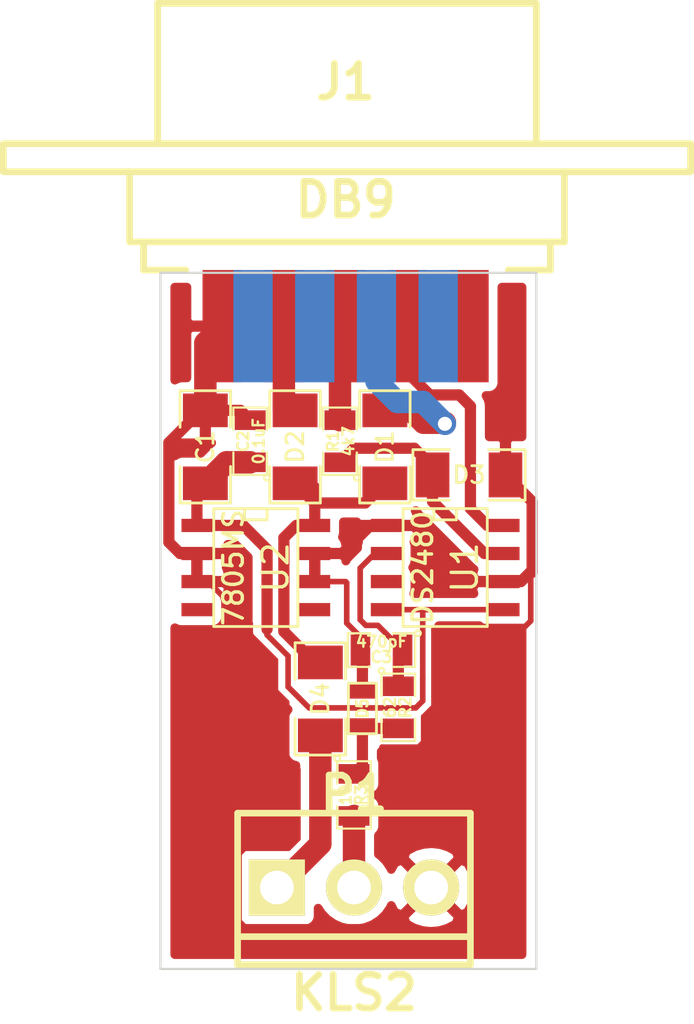
<source format=kicad_pcb>
(kicad_pcb (version 3) (host pcbnew "(22-Jun-2014 BZR 4027)-stable")

  (general
    (links 31)
    (no_connects 0)
    (area 40.081999 30.175999 57.200001 61.772001)
    (thickness 1.6)
    (drawings 6)
    (tracks 132)
    (zones 0)
    (modules 15)
    (nets 13)
  )

  (page A3)
  (layers
    (15 F.Cu signal)
    (0 B.Cu signal hide)
    (16 B.Adhes user)
    (17 F.Adhes user)
    (18 B.Paste user)
    (19 F.Paste user)
    (20 B.SilkS user)
    (21 F.SilkS user)
    (22 B.Mask user)
    (23 F.Mask user)
    (24 Dwgs.User user)
    (25 Cmts.User user)
    (26 Eco1.User user)
    (27 Eco2.User user)
    (28 Edge.Cuts user)
  )

  (setup
    (last_trace_width 0.254)
    (user_trace_width 0.508)
    (user_trace_width 1.016)
    (trace_clearance 0.254)
    (zone_clearance 0.4)
    (zone_45_only no)
    (trace_min 0.254)
    (segment_width 0.2)
    (edge_width 0.1)
    (via_size 0.889)
    (via_drill 0.635)
    (via_min_size 0.889)
    (via_min_drill 0.508)
    (uvia_size 0.508)
    (uvia_drill 0.127)
    (uvias_allowed no)
    (uvia_min_size 0.508)
    (uvia_min_drill 0.127)
    (pcb_text_width 0.3)
    (pcb_text_size 1.5 1.5)
    (mod_edge_width 0.15)
    (mod_text_size 1 1)
    (mod_text_width 0.15)
    (pad_size 1.5 1.5)
    (pad_drill 0.6)
    (pad_to_mask_clearance 0)
    (aux_axis_origin 0 0)
    (visible_elements FFFFFDBF)
    (pcbplotparams
      (layerselection 32768)
      (usegerberextensions false)
      (excludeedgelayer true)
      (linewidth 0.150000)
      (plotframeref false)
      (viasonmask false)
      (mode 1)
      (useauxorigin false)
      (hpglpennumber 1)
      (hpglpenspeed 20)
      (hpglpendiameter 15)
      (hpglpenoverlay 2)
      (psnegative true)
      (psa4output false)
      (plotreference true)
      (plotvalue true)
      (plotothertext true)
      (plotinvisibletext false)
      (padsonsilk false)
      (subtractmaskfromsilk false)
      (outputformat 5)
      (mirror true)
      (drillshape 0)
      (scaleselection 1)
      (outputdirectory ""))
  )

  (net 0 "")
  (net 1 N-000001)
  (net 2 N-0000011)
  (net 3 N-0000012)
  (net 4 N-0000013)
  (net 5 N-0000014)
  (net 6 N-0000015)
  (net 7 N-0000016)
  (net 8 N-000002)
  (net 9 N-000003)
  (net 10 N-000004)
  (net 11 N-000005)
  (net 12 N-000008)

  (net_class Default "This is the default net class."
    (clearance 0.254)
    (trace_width 0.254)
    (via_dia 0.889)
    (via_drill 0.635)
    (uvia_dia 0.508)
    (uvia_drill 0.127)
    (add_net "")
    (add_net N-000001)
    (add_net N-0000011)
    (add_net N-0000012)
    (add_net N-0000013)
    (add_net N-0000014)
    (add_net N-0000015)
    (add_net N-0000016)
    (add_net N-000002)
    (add_net N-000003)
    (add_net N-000004)
    (add_net N-000005)
    (add_net N-000008)
  )

  (module SO8E (layer F.Cu) (tedit 4F33A5C7) (tstamp 57CB10B6)
    (at 53.0225 43.561 270)
    (descr "module CMS SOJ 8 pins etroit")
    (tags "CMS SOJ")
    (path /57C30BC3)
    (attr smd)
    (fp_text reference U1 (at 0 -0.889 270) (layer F.SilkS)
      (effects (font (size 1.143 1.143) (thickness 0.1524)))
    )
    (fp_text value DS2480 (at 0 1.016 270) (layer F.SilkS)
      (effects (font (size 0.889 0.889) (thickness 0.1524)))
    )
    (fp_line (start -2.667 1.778) (end -2.667 1.905) (layer F.SilkS) (width 0.127))
    (fp_line (start -2.667 1.905) (end 2.667 1.905) (layer F.SilkS) (width 0.127))
    (fp_line (start 2.667 -1.905) (end -2.667 -1.905) (layer F.SilkS) (width 0.127))
    (fp_line (start -2.667 -1.905) (end -2.667 1.778) (layer F.SilkS) (width 0.127))
    (fp_line (start -2.667 -0.508) (end -2.159 -0.508) (layer F.SilkS) (width 0.127))
    (fp_line (start -2.159 -0.508) (end -2.159 0.508) (layer F.SilkS) (width 0.127))
    (fp_line (start -2.159 0.508) (end -2.667 0.508) (layer F.SilkS) (width 0.127))
    (fp_line (start 2.667 -1.905) (end 2.667 1.905) (layer F.SilkS) (width 0.127))
    (pad 8 smd rect (at -1.905 -2.667 270) (size 0.59944 1.39954)
      (layers F.Cu F.Paste F.Mask)
      (net 9 N-000003)
    )
    (pad 1 smd rect (at -1.905 2.667 270) (size 0.59944 1.39954)
      (layers F.Cu F.Paste F.Mask)
      (net 7 N-0000016)
    )
    (pad 7 smd rect (at -0.635 -2.667 270) (size 0.59944 1.39954)
      (layers F.Cu F.Paste F.Mask)
      (net 5 N-0000014)
    )
    (pad 6 smd rect (at 0.635 -2.667 270) (size 0.59944 1.39954)
      (layers F.Cu F.Paste F.Mask)
      (net 7 N-0000016)
    )
    (pad 5 smd rect (at 1.905 -2.667 270) (size 0.59944 1.39954)
      (layers F.Cu F.Paste F.Mask)
      (net 6 N-0000015)
    )
    (pad 2 smd rect (at -0.635 2.667 270) (size 0.59944 1.39954)
      (layers F.Cu F.Paste F.Mask)
      (net 1 N-000001)
    )
    (pad 3 smd rect (at 0.635 2.667 270) (size 0.59944 1.39954)
      (layers F.Cu F.Paste F.Mask)
    )
    (pad 4 smd rect (at 1.905 2.667 270) (size 0.59944 1.39954)
      (layers F.Cu F.Paste F.Mask)
      (net 6 N-0000015)
    )
    (model smd/cms_so8.wrl
      (at (xyz 0 0 0))
      (scale (xyz 0.5 0.32 0.5))
      (rotate (xyz 0 0 0))
    )
  )

  (module SM1206 (layer F.Cu) (tedit 42806E24) (tstamp 57CB10D6)
    (at 46.228 38.1 270)
    (path /57C30BF5)
    (attr smd)
    (fp_text reference D2 (at 0 0 270) (layer F.SilkS)
      (effects (font (size 0.762 0.762) (thickness 0.127)))
    )
    (fp_text value SS12 (at 0 0 270) (layer F.SilkS) hide
      (effects (font (size 0.762 0.762) (thickness 0.127)))
    )
    (fp_line (start -2.54 -1.143) (end -2.54 1.143) (layer F.SilkS) (width 0.127))
    (fp_line (start -2.54 1.143) (end -0.889 1.143) (layer F.SilkS) (width 0.127))
    (fp_line (start 0.889 -1.143) (end 2.54 -1.143) (layer F.SilkS) (width 0.127))
    (fp_line (start 2.54 -1.143) (end 2.54 1.143) (layer F.SilkS) (width 0.127))
    (fp_line (start 2.54 1.143) (end 0.889 1.143) (layer F.SilkS) (width 0.127))
    (fp_line (start -0.889 -1.143) (end -2.54 -1.143) (layer F.SilkS) (width 0.127))
    (pad 1 smd rect (at -1.651 0 270) (size 1.524 2.032)
      (layers F.Cu F.Paste F.Mask)
      (net 3 N-0000012)
    )
    (pad 2 smd rect (at 1.651 0 270) (size 1.524 2.032)
      (layers F.Cu F.Paste F.Mask)
      (net 12 N-000008)
    )
    (model smd/chip_cms.wrl
      (at (xyz 0 0 0))
      (scale (xyz 0.17 0.16 0.16))
      (rotate (xyz 0 0 0))
    )
  )

  (module SM1206 (layer F.Cu) (tedit 42806E24) (tstamp 57CB10E2)
    (at 50.292 38.1 270)
    (path /57C30C04)
    (attr smd)
    (fp_text reference D1 (at 0 0 270) (layer F.SilkS)
      (effects (font (size 0.762 0.762) (thickness 0.127)))
    )
    (fp_text value SS12 (at 0 0 270) (layer F.SilkS) hide
      (effects (font (size 0.762 0.762) (thickness 0.127)))
    )
    (fp_line (start -2.54 -1.143) (end -2.54 1.143) (layer F.SilkS) (width 0.127))
    (fp_line (start -2.54 1.143) (end -0.889 1.143) (layer F.SilkS) (width 0.127))
    (fp_line (start 0.889 -1.143) (end 2.54 -1.143) (layer F.SilkS) (width 0.127))
    (fp_line (start 2.54 -1.143) (end 2.54 1.143) (layer F.SilkS) (width 0.127))
    (fp_line (start 2.54 1.143) (end 0.889 1.143) (layer F.SilkS) (width 0.127))
    (fp_line (start -0.889 -1.143) (end -2.54 -1.143) (layer F.SilkS) (width 0.127))
    (pad 1 smd rect (at -1.651 0 270) (size 1.524 2.032)
      (layers F.Cu F.Paste F.Mask)
      (net 2 N-0000011)
    )
    (pad 2 smd rect (at 1.651 0 270) (size 1.524 2.032)
      (layers F.Cu F.Paste F.Mask)
      (net 12 N-000008)
    )
    (model smd/chip_cms.wrl
      (at (xyz 0 0 0))
      (scale (xyz 0.17 0.16 0.16))
      (rotate (xyz 0 0 0))
    )
  )

  (module SM1206 (layer F.Cu) (tedit 42806E24) (tstamp 57CB10EE)
    (at 42.164 38.1 90)
    (path /57C30C27)
    (attr smd)
    (fp_text reference C1 (at 0 0 90) (layer F.SilkS)
      (effects (font (size 0.762 0.762) (thickness 0.127)))
    )
    (fp_text value 22uF (at 0 0 90) (layer F.SilkS) hide
      (effects (font (size 0.762 0.762) (thickness 0.127)))
    )
    (fp_line (start -2.54 -1.143) (end -2.54 1.143) (layer F.SilkS) (width 0.127))
    (fp_line (start -2.54 1.143) (end -0.889 1.143) (layer F.SilkS) (width 0.127))
    (fp_line (start 0.889 -1.143) (end 2.54 -1.143) (layer F.SilkS) (width 0.127))
    (fp_line (start 2.54 -1.143) (end 2.54 1.143) (layer F.SilkS) (width 0.127))
    (fp_line (start 2.54 1.143) (end 0.889 1.143) (layer F.SilkS) (width 0.127))
    (fp_line (start -0.889 -1.143) (end -2.54 -1.143) (layer F.SilkS) (width 0.127))
    (pad 1 smd rect (at -1.651 0 90) (size 1.524 2.032)
      (layers F.Cu F.Paste F.Mask)
      (net 6 N-0000015)
    )
    (pad 2 smd rect (at 1.651 0 90) (size 1.524 2.032)
      (layers F.Cu F.Paste F.Mask)
      (net 7 N-0000016)
    )
    (model smd/chip_cms.wrl
      (at (xyz 0 0 0))
      (scale (xyz 0.17 0.16 0.16))
      (rotate (xyz 0 0 0))
    )
  )

  (module SM1206 (layer F.Cu) (tedit 42806E24) (tstamp 57CB10FA)
    (at 54.102 39.37 180)
    (path /57C30C92)
    (attr smd)
    (fp_text reference D3 (at 0 0 180) (layer F.SilkS)
      (effects (font (size 0.762 0.762) (thickness 0.127)))
    )
    (fp_text value SS12 (at 0 0 180) (layer F.SilkS) hide
      (effects (font (size 0.762 0.762) (thickness 0.127)))
    )
    (fp_line (start -2.54 -1.143) (end -2.54 1.143) (layer F.SilkS) (width 0.127))
    (fp_line (start -2.54 1.143) (end -0.889 1.143) (layer F.SilkS) (width 0.127))
    (fp_line (start 0.889 -1.143) (end 2.54 -1.143) (layer F.SilkS) (width 0.127))
    (fp_line (start 2.54 -1.143) (end 2.54 1.143) (layer F.SilkS) (width 0.127))
    (fp_line (start 2.54 1.143) (end 0.889 1.143) (layer F.SilkS) (width 0.127))
    (fp_line (start -0.889 -1.143) (end -2.54 -1.143) (layer F.SilkS) (width 0.127))
    (pad 1 smd rect (at -1.651 0 180) (size 1.524 2.032)
      (layers F.Cu F.Paste F.Mask)
      (net 7 N-0000016)
    )
    (pad 2 smd rect (at 1.651 0 180) (size 1.524 2.032)
      (layers F.Cu F.Paste F.Mask)
      (net 5 N-0000014)
    )
    (model smd/chip_cms.wrl
      (at (xyz 0 0 0))
      (scale (xyz 0.17 0.16 0.16))
      (rotate (xyz 0 0 0))
    )
  )

  (module SM1206 (layer F.Cu) (tedit 42806E24) (tstamp 57CB1106)
    (at 47.371 49.5046 90)
    (path /57C311B5)
    (attr smd)
    (fp_text reference D4 (at 0 0 90) (layer F.SilkS)
      (effects (font (size 0.762 0.762) (thickness 0.127)))
    )
    (fp_text value SS12 (at 0 0 90) (layer F.SilkS) hide
      (effects (font (size 0.762 0.762) (thickness 0.127)))
    )
    (fp_line (start -2.54 -1.143) (end -2.54 1.143) (layer F.SilkS) (width 0.127))
    (fp_line (start -2.54 1.143) (end -0.889 1.143) (layer F.SilkS) (width 0.127))
    (fp_line (start 0.889 -1.143) (end 2.54 -1.143) (layer F.SilkS) (width 0.127))
    (fp_line (start 2.54 -1.143) (end 2.54 1.143) (layer F.SilkS) (width 0.127))
    (fp_line (start 2.54 1.143) (end 0.889 1.143) (layer F.SilkS) (width 0.127))
    (fp_line (start -0.889 -1.143) (end -2.54 -1.143) (layer F.SilkS) (width 0.127))
    (pad 1 smd rect (at -1.651 0 90) (size 1.524 2.032)
      (layers F.Cu F.Paste F.Mask)
      (net 10 N-000004)
    )
    (pad 2 smd rect (at 1.651 0 90) (size 1.524 2.032)
      (layers F.Cu F.Paste F.Mask)
      (net 12 N-000008)
    )
    (model smd/chip_cms.wrl
      (at (xyz 0 0 0))
      (scale (xyz 0.17 0.16 0.16))
      (rotate (xyz 0 0 0))
    )
  )

  (module SM0805 (layer F.Cu) (tedit 5091495C) (tstamp 57CB1113)
    (at 44.196 37.846 90)
    (path /57C30C40)
    (attr smd)
    (fp_text reference C2 (at 0 -0.3175 90) (layer F.SilkS)
      (effects (font (size 0.50038 0.50038) (thickness 0.10922)))
    )
    (fp_text value 0.1uF (at 0 0.381 90) (layer F.SilkS)
      (effects (font (size 0.50038 0.50038) (thickness 0.10922)))
    )
    (fp_circle (center -1.651 0.762) (end -1.651 0.635) (layer F.SilkS) (width 0.09906))
    (fp_line (start -0.508 0.762) (end -1.524 0.762) (layer F.SilkS) (width 0.09906))
    (fp_line (start -1.524 0.762) (end -1.524 -0.762) (layer F.SilkS) (width 0.09906))
    (fp_line (start -1.524 -0.762) (end -0.508 -0.762) (layer F.SilkS) (width 0.09906))
    (fp_line (start 0.508 -0.762) (end 1.524 -0.762) (layer F.SilkS) (width 0.09906))
    (fp_line (start 1.524 -0.762) (end 1.524 0.762) (layer F.SilkS) (width 0.09906))
    (fp_line (start 1.524 0.762) (end 0.508 0.762) (layer F.SilkS) (width 0.09906))
    (pad 1 smd rect (at -0.9525 0 90) (size 0.889 1.397)
      (layers F.Cu F.Paste F.Mask)
      (net 6 N-0000015)
    )
    (pad 2 smd rect (at 0.9525 0 90) (size 0.889 1.397)
      (layers F.Cu F.Paste F.Mask)
      (net 7 N-0000016)
    )
    (model smd/chip_cms.wrl
      (at (xyz 0 0 0))
      (scale (xyz 0.1 0.1 0.1))
      (rotate (xyz 0 0 0))
    )
  )

  (module SM0805 (layer F.Cu) (tedit 5091495C) (tstamp 57CB1120)
    (at 48.26 37.846 90)
    (path /57C30C6B)
    (attr smd)
    (fp_text reference R1 (at 0 -0.3175 90) (layer F.SilkS)
      (effects (font (size 0.50038 0.50038) (thickness 0.10922)))
    )
    (fp_text value 4k7 (at 0 0.381 90) (layer F.SilkS)
      (effects (font (size 0.50038 0.50038) (thickness 0.10922)))
    )
    (fp_circle (center -1.651 0.762) (end -1.651 0.635) (layer F.SilkS) (width 0.09906))
    (fp_line (start -0.508 0.762) (end -1.524 0.762) (layer F.SilkS) (width 0.09906))
    (fp_line (start -1.524 0.762) (end -1.524 -0.762) (layer F.SilkS) (width 0.09906))
    (fp_line (start -1.524 -0.762) (end -0.508 -0.762) (layer F.SilkS) (width 0.09906))
    (fp_line (start 0.508 -0.762) (end 1.524 -0.762) (layer F.SilkS) (width 0.09906))
    (fp_line (start 1.524 -0.762) (end 1.524 0.762) (layer F.SilkS) (width 0.09906))
    (fp_line (start 1.524 0.762) (end 0.508 0.762) (layer F.SilkS) (width 0.09906))
    (pad 1 smd rect (at -0.9525 0 90) (size 0.889 1.397)
      (layers F.Cu F.Paste F.Mask)
      (net 5 N-0000014)
    )
    (pad 2 smd rect (at 0.9525 0 90) (size 0.889 1.397)
      (layers F.Cu F.Paste F.Mask)
      (net 4 N-0000013)
    )
    (model smd/chip_cms.wrl
      (at (xyz 0 0 0))
      (scale (xyz 0.1 0.1 0.1))
      (rotate (xyz 0 0 0))
    )
  )

  (module SM0805 (layer F.Cu) (tedit 57CB2B60) (tstamp 57CB2E6B)
    (at 50.1396 47.2948 180)
    (path /57C30DCF)
    (attr smd)
    (fp_text reference C3 (at 0 -0.3175 180) (layer F.SilkS)
      (effects (font (size 0.50038 0.50038) (thickness 0.10922)))
    )
    (fp_text value 470pF (at 0 0.381 180) (layer F.SilkS)
      (effects (font (size 0.50038 0.50038) (thickness 0.10922)))
    )
    (fp_circle (center -1.651 0.762) (end -1.651 0.635) (layer F.SilkS) (width 0.09906))
    (fp_line (start -0.508 0.762) (end -1.524 0.762) (layer F.SilkS) (width 0.09906))
    (fp_line (start -1.524 0.762) (end -1.524 -0.762) (layer F.SilkS) (width 0.09906))
    (fp_line (start -1.524 -0.762) (end -0.508 -0.762) (layer F.SilkS) (width 0.09906))
    (fp_line (start 0.508 -0.762) (end 1.524 -0.762) (layer F.SilkS) (width 0.09906))
    (fp_line (start 1.524 -0.762) (end 1.524 0.762) (layer F.SilkS) (width 0.09906))
    (fp_line (start 1.524 0.762) (end 0.508 0.762) (layer F.SilkS) (width 0.09906))
    (pad 1 smd rect (at -0.9525 0 180) (size 0.889 1.397)
      (layers F.Cu F.Paste F.Mask)
      (net 1 N-000001)
    )
    (pad 2 smd rect (at 0.9525 0 180) (size 0.889 1.397)
      (layers F.Cu F.Paste F.Mask)
      (net 7 N-0000016)
    )
    (model smd/chip_cms.wrl
      (at (xyz 0 0 0))
      (scale (xyz 0.1 0.1 0.1))
      (rotate (xyz 0 0 0))
    )
  )

  (module SM0805 (layer F.Cu) (tedit 5091495C) (tstamp 57CB113A)
    (at 50.9016 49.8856 270)
    (path /57C30DE8)
    (attr smd)
    (fp_text reference R2 (at 0 -0.3175 270) (layer F.SilkS)
      (effects (font (size 0.50038 0.50038) (thickness 0.10922)))
    )
    (fp_text value 62 (at 0 0.381 270) (layer F.SilkS)
      (effects (font (size 0.50038 0.50038) (thickness 0.10922)))
    )
    (fp_circle (center -1.651 0.762) (end -1.651 0.635) (layer F.SilkS) (width 0.09906))
    (fp_line (start -0.508 0.762) (end -1.524 0.762) (layer F.SilkS) (width 0.09906))
    (fp_line (start -1.524 0.762) (end -1.524 -0.762) (layer F.SilkS) (width 0.09906))
    (fp_line (start -1.524 -0.762) (end -0.508 -0.762) (layer F.SilkS) (width 0.09906))
    (fp_line (start 0.508 -0.762) (end 1.524 -0.762) (layer F.SilkS) (width 0.09906))
    (fp_line (start 1.524 -0.762) (end 1.524 0.762) (layer F.SilkS) (width 0.09906))
    (fp_line (start 1.524 0.762) (end 0.508 0.762) (layer F.SilkS) (width 0.09906))
    (pad 1 smd rect (at -0.9525 0 270) (size 0.889 1.397)
      (layers F.Cu F.Paste F.Mask)
      (net 1 N-000001)
    )
    (pad 2 smd rect (at 0.9525 0 270) (size 0.889 1.397)
      (layers F.Cu F.Paste F.Mask)
      (net 8 N-000002)
    )
    (model smd/chip_cms.wrl
      (at (xyz 0 0 0))
      (scale (xyz 0.1 0.1 0.1))
      (rotate (xyz 0 0 0))
    )
  )

  (module SM0603 (layer F.Cu) (tedit 4E43A3D1) (tstamp 57CB1144)
    (at 49.276 49.9364 270)
    (path /57C30EB5)
    (attr smd)
    (fp_text reference D5 (at 0 0 270) (layer F.SilkS)
      (effects (font (size 0.508 0.4572) (thickness 0.1143)))
    )
    (fp_text value ESD (at 0 0 270) (layer F.SilkS) hide
      (effects (font (size 0.508 0.4572) (thickness 0.1143)))
    )
    (fp_line (start -1.143 -0.635) (end 1.143 -0.635) (layer F.SilkS) (width 0.127))
    (fp_line (start 1.143 -0.635) (end 1.143 0.635) (layer F.SilkS) (width 0.127))
    (fp_line (start 1.143 0.635) (end -1.143 0.635) (layer F.SilkS) (width 0.127))
    (fp_line (start -1.143 0.635) (end -1.143 -0.635) (layer F.SilkS) (width 0.127))
    (pad 1 smd rect (at -0.762 0 270) (size 0.635 1.143)
      (layers F.Cu F.Paste F.Mask)
      (net 7 N-0000016)
    )
    (pad 2 smd rect (at 0.762 0 270) (size 0.635 1.143)
      (layers F.Cu F.Paste F.Mask)
      (net 8 N-000002)
    )
    (model smd\resistors\R0603.wrl
      (at (xyz 0 0 0.001))
      (scale (xyz 0.5 0.5 0.5))
      (rotate (xyz 0 0 0))
    )
  )

  (module DB9M_CI (layer F.Cu) (tedit 3FD6FFBA) (tstamp 57CB1163)
    (at 48.514 29.972)
    (descr "Connecteur DB9 male encarte")
    (tags "CONN DB9")
    (path /57C30068)
    (fp_text reference J1 (at 0 -8.382) (layer F.SilkS)
      (effects (font (size 1.524 1.524) (thickness 0.3048)))
    )
    (fp_text value DB9 (at 0 -3.048) (layer F.SilkS)
      (effects (font (size 1.524 1.524) (thickness 0.3048)))
    )
    (fp_line (start -8.509 -11.938) (end 8.636 -11.938) (layer F.SilkS) (width 0.3048))
    (fp_line (start 9.271 -1.143) (end -9.144 -1.143) (layer F.SilkS) (width 0.3048))
    (fp_line (start 9.906 -1.143) (end 9.271 -1.143) (layer F.SilkS) (width 0.3048))
    (fp_line (start 9.906 -4.318) (end -9.779 -4.318) (layer F.SilkS) (width 0.3048))
    (fp_line (start 15.621 -4.318) (end 9.906 -4.318) (layer F.SilkS) (width 0.3048))
    (fp_line (start -15.494 -5.588) (end 15.621 -5.588) (layer F.SilkS) (width 0.3048))
    (fp_line (start 8.636 -5.588) (end 8.636 -11.938) (layer F.SilkS) (width 0.3048))
    (fp_line (start 15.621 -4.318) (end 15.621 -5.588) (layer F.SilkS) (width 0.3048))
    (fp_line (start 9.906 -1.143) (end 9.906 -4.318) (layer F.SilkS) (width 0.3048))
    (fp_line (start 7.366 0.127) (end 9.271 0.127) (layer F.SilkS) (width 0.3048))
    (fp_line (start 9.271 0.127) (end 9.271 -1.143) (layer F.SilkS) (width 0.3048))
    (fp_line (start -8.509 -5.588) (end -8.509 -11.938) (layer F.SilkS) (width 0.3048))
    (fp_line (start -9.779 -4.318) (end -15.494 -4.318) (layer F.SilkS) (width 0.3048))
    (fp_line (start -15.494 -4.318) (end -15.494 -5.588) (layer F.SilkS) (width 0.3048))
    (fp_line (start -9.144 -1.143) (end -9.779 -1.143) (layer F.SilkS) (width 0.3048))
    (fp_line (start -9.779 -1.143) (end -9.779 -4.318) (layer F.SilkS) (width 0.3048))
    (fp_line (start -7.239 0.127) (end -9.144 0.127) (layer F.SilkS) (width 0.3048))
    (fp_line (start -9.144 0.127) (end -9.144 -1.143) (layer F.SilkS) (width 0.3048))
    (pad 2 connect rect (at 2.794 2.667) (size 1.778 5.08)
      (layers F.Cu F.Mask)
      (net 9 N-000003)
    )
    (pad 3 connect rect (at 0 2.667) (size 1.778 5.08)
      (layers F.Cu F.Mask)
      (net 4 N-0000013)
    )
    (pad 4 connect rect (at -2.794 2.667) (size 1.778 5.08)
      (layers F.Cu F.Mask)
      (net 3 N-0000012)
    )
    (pad 5 connect rect (at -5.588 2.667) (size 1.778 5.08)
      (layers F.Cu F.Mask)
      (net 7 N-0000016)
    )
    (pad 1 connect rect (at 5.588 2.667) (size 1.778 5.08)
      (layers F.Cu F.Mask)
    )
    (pad 9 connect rect (at -4.191 2.667) (size 1.778 5.08)
      (layers B.Cu B.Mask)
    )
    (pad 8 connect rect (at -1.397 2.667) (size 1.778 5.08)
      (layers B.Cu B.Mask)
    )
    (pad 7 connect rect (at 1.397 2.667) (size 1.778 5.08)
      (layers B.Cu B.Mask)
      (net 2 N-0000011)
    )
    (pad 6 connect rect (at 4.191 2.667) (size 1.778 5.08)
      (layers B.Cu B.Mask)
    )
    (model conn_DBxx/db9_male.wrl
      (at (xyz 0 0 -0.033))
      (scale (xyz 1 1 1))
      (rotate (xyz 90 180 0))
    )
  )

  (module bornier3_3.5 (layer F.Cu) (tedit 57C326EE) (tstamp 57CB116F)
    (at 48.895 58.039)
    (descr "Bornier d'alimentation 3 pins")
    (tags DEV)
    (path /57C30087)
    (fp_text reference P1 (at 0 -4.2545) (layer F.SilkS)
      (effects (font (size 1.524 1.524) (thickness 0.3048)))
    )
    (fp_text value KLS2 (at 0 4.7625) (layer F.SilkS)
      (effects (font (size 1.524 1.524) (thickness 0.3048)))
    )
    (fp_line (start -5.207 2.2225) (end 5.2705 2.2225) (layer F.SilkS) (width 0.3))
    (fp_line (start 5.2705 -3.3655) (end 5.2705 3.4925) (layer F.SilkS) (width 0.3))
    (fp_line (start 5.2705 3.4925) (end -5.2705 3.4925) (layer F.SilkS) (width 0.3))
    (fp_line (start -5.2705 3.4925) (end -5.2705 -3.3655) (layer F.SilkS) (width 0.3))
    (fp_line (start -5.2705 -3.3655) (end 5.2705 -3.3655) (layer F.SilkS) (width 0.3))
    (pad 1 thru_hole rect (at -3.4925 0) (size 2.54 2.54) (drill 1.524)
      (layers *.Cu *.Mask F.SilkS)
      (net 10 N-000004)
    )
    (pad 2 thru_hole circle (at 0 0) (size 2.54 2.54) (drill 1.524)
      (layers *.Cu *.Mask F.SilkS)
      (net 11 N-000005)
    )
    (pad 3 thru_hole circle (at 3.4925 0) (size 2.54 2.54) (drill 1.524)
      (layers *.Cu *.Mask F.SilkS)
      (net 7 N-0000016)
    )
    (model device/bornier_3.wrl
      (at (xyz 0 0 0))
      (scale (xyz 1 1 1))
      (rotate (xyz 0 0 0))
    )
  )

  (module SO8E (layer F.Cu) (tedit 4F33A5C7) (tstamp 57CB1530)
    (at 44.45 43.561 270)
    (descr "module CMS SOJ 8 pins etroit")
    (tags "CMS SOJ")
    (path /57CB1351)
    (attr smd)
    (fp_text reference U2 (at 0 -0.889 270) (layer F.SilkS)
      (effects (font (size 1.143 1.143) (thickness 0.1524)))
    )
    (fp_text value 7805MS (at 0 1.016 270) (layer F.SilkS)
      (effects (font (size 0.889 0.889) (thickness 0.1524)))
    )
    (fp_line (start -2.667 1.778) (end -2.667 1.905) (layer F.SilkS) (width 0.127))
    (fp_line (start -2.667 1.905) (end 2.667 1.905) (layer F.SilkS) (width 0.127))
    (fp_line (start 2.667 -1.905) (end -2.667 -1.905) (layer F.SilkS) (width 0.127))
    (fp_line (start -2.667 -1.905) (end -2.667 1.778) (layer F.SilkS) (width 0.127))
    (fp_line (start -2.667 -0.508) (end -2.159 -0.508) (layer F.SilkS) (width 0.127))
    (fp_line (start -2.159 -0.508) (end -2.159 0.508) (layer F.SilkS) (width 0.127))
    (fp_line (start -2.159 0.508) (end -2.667 0.508) (layer F.SilkS) (width 0.127))
    (fp_line (start 2.667 -1.905) (end 2.667 1.905) (layer F.SilkS) (width 0.127))
    (pad 8 smd rect (at -1.905 -2.667 270) (size 0.59944 1.39954)
      (layers F.Cu F.Paste F.Mask)
      (net 12 N-000008)
    )
    (pad 1 smd rect (at -1.905 2.667 270) (size 0.59944 1.39954)
      (layers F.Cu F.Paste F.Mask)
      (net 6 N-0000015)
    )
    (pad 7 smd rect (at -0.635 -2.667 270) (size 0.59944 1.39954)
      (layers F.Cu F.Paste F.Mask)
      (net 7 N-0000016)
    )
    (pad 6 smd rect (at 0.635 -2.667 270) (size 0.59944 1.39954)
      (layers F.Cu F.Paste F.Mask)
      (net 7 N-0000016)
    )
    (pad 5 smd rect (at 1.905 -2.667 270) (size 0.59944 1.39954)
      (layers F.Cu F.Paste F.Mask)
    )
    (pad 2 smd rect (at -0.635 2.667 270) (size 0.59944 1.39954)
      (layers F.Cu F.Paste F.Mask)
      (net 7 N-0000016)
    )
    (pad 3 smd rect (at 0.635 2.667 270) (size 0.59944 1.39954)
      (layers F.Cu F.Paste F.Mask)
      (net 7 N-0000016)
    )
    (pad 4 smd rect (at 1.905 2.667 270) (size 0.59944 1.39954)
      (layers F.Cu F.Paste F.Mask)
    )
    (model smd/cms_so8.wrl
      (at (xyz 0 0 0))
      (scale (xyz 0.5 0.32 0.5))
      (rotate (xyz 0 0 0))
    )
  )

  (module SM0805 (layer F.Cu) (tedit 5091495C) (tstamp 57E8F513)
    (at 48.895 53.848 270)
    (path /57D8160B)
    (attr smd)
    (fp_text reference R3 (at 0 -0.3175 270) (layer F.SilkS)
      (effects (font (size 0.50038 0.50038) (thickness 0.10922)))
    )
    (fp_text value 10 (at 0 0.381 270) (layer F.SilkS)
      (effects (font (size 0.50038 0.50038) (thickness 0.10922)))
    )
    (fp_circle (center -1.651 0.762) (end -1.651 0.635) (layer F.SilkS) (width 0.09906))
    (fp_line (start -0.508 0.762) (end -1.524 0.762) (layer F.SilkS) (width 0.09906))
    (fp_line (start -1.524 0.762) (end -1.524 -0.762) (layer F.SilkS) (width 0.09906))
    (fp_line (start -1.524 -0.762) (end -0.508 -0.762) (layer F.SilkS) (width 0.09906))
    (fp_line (start 0.508 -0.762) (end 1.524 -0.762) (layer F.SilkS) (width 0.09906))
    (fp_line (start 1.524 -0.762) (end 1.524 0.762) (layer F.SilkS) (width 0.09906))
    (fp_line (start 1.524 0.762) (end 0.508 0.762) (layer F.SilkS) (width 0.09906))
    (pad 1 smd rect (at -0.9525 0 270) (size 0.889 1.397)
      (layers F.Cu F.Paste F.Mask)
      (net 8 N-000002)
    )
    (pad 2 smd rect (at 0.9525 0 270) (size 0.889 1.397)
      (layers F.Cu F.Paste F.Mask)
      (net 11 N-000005)
    )
    (model smd/chip_cms.wrl
      (at (xyz 0 0 0))
      (scale (xyz 0.1 0.1 0.1))
      (rotate (xyz 0 0 0))
    )
  )

  (gr_line (start 57.15 59.182) (end 57.15 61.722) (angle 90) (layer Edge.Cuts) (width 0.1))
  (gr_line (start 40.132 59.182) (end 40.132 61.722) (angle 90) (layer Edge.Cuts) (width 0.1))
  (gr_line (start 40.132 59.182) (end 40.132 30.226) (angle 90) (layer Edge.Cuts) (width 0.1))
  (gr_line (start 57.15 61.722) (end 40.132 61.722) (angle 90) (layer Edge.Cuts) (width 0.1))
  (gr_line (start 57.15 30.226) (end 57.15 59.182) (angle 90) (layer Edge.Cuts) (width 0.1))
  (gr_line (start 40.132 30.226) (end 57.15 30.226) (angle 90) (layer Edge.Cuts) (width 0.1))

  (segment (start 50.9016 48.9331) (end 50.9016 47.4853) (width 0.508) (layer F.Cu) (net 1))
  (segment (start 50.9016 47.4853) (end 51.0921 47.2948) (width 0.508) (layer F.Cu) (net 1) (tstamp 57CB2EE5))
  (segment (start 50.3555 42.926) (end 49.8348 42.926) (width 0.254) (layer F.Cu) (net 1))
  (segment (start 49.9745 46.1772) (end 51.0921 47.2948) (width 0.254) (layer F.Cu) (net 1) (tstamp 57CB2EAC))
  (segment (start 49.4284 46.1772) (end 49.9745 46.1772) (width 0.254) (layer F.Cu) (net 1) (tstamp 57CB2EA8))
  (segment (start 49.1744 45.9232) (end 49.4284 46.1772) (width 0.254) (layer F.Cu) (net 1) (tstamp 57CB2EA6))
  (segment (start 49.1744 43.5864) (end 49.1744 45.9232) (width 0.254) (layer F.Cu) (net 1) (tstamp 57CB2EA5))
  (segment (start 49.8348 42.926) (end 49.1744 43.5864) (width 0.254) (layer F.Cu) (net 1) (tstamp 57CB2EA4))
  (segment (start 50.292 36.449) (end 51.4858 36.449) (width 1.016) (layer F.Cu) (net 2))
  (segment (start 49.911 35.1282) (end 49.911 32.639) (width 1.016) (layer B.Cu) (net 2) (tstamp 57CB30F8))
  (segment (start 50.8508 36.068) (end 49.911 35.1282) (width 1.016) (layer B.Cu) (net 2) (tstamp 57CB30F3))
  (segment (start 52.0192 36.068) (end 50.8508 36.068) (width 1.016) (layer B.Cu) (net 2) (tstamp 57CB30F0))
  (segment (start 53.0098 37.0586) (end 52.0192 36.068) (width 1.016) (layer B.Cu) (net 2) (tstamp 57CB30EF))
  (via (at 53.0098 37.0586) (size 0.889) (layers F.Cu B.Cu) (net 2))
  (segment (start 53.0098 37.0078) (end 53.0098 37.0586) (width 1.016) (layer F.Cu) (net 2) (tstamp 57CB30C7))
  (segment (start 52.0446 37.0078) (end 53.0098 37.0078) (width 1.016) (layer F.Cu) (net 2) (tstamp 57CB30C5))
  (segment (start 51.4858 36.449) (end 52.0446 37.0078) (width 1.016) (layer F.Cu) (net 2) (tstamp 57CB30C1))
  (segment (start 45.72 32.639) (end 45.72 36.449) (width 1.016) (layer F.Cu) (net 3))
  (segment (start 48.26 36.8935) (end 48.26 32.893) (width 1.016) (layer F.Cu) (net 4))
  (segment (start 48.26 32.893) (end 48.514 32.639) (width 1.016) (layer F.Cu) (net 4) (tstamp 57CB20D3))
  (segment (start 52.451 39.37) (end 52.451 40.5765) (width 0.508) (layer F.Cu) (net 5))
  (segment (start 54.8005 42.926) (end 55.6895 42.926) (width 0.508) (layer F.Cu) (net 5) (tstamp 57CB256F))
  (segment (start 52.451 40.5765) (end 54.8005 42.926) (width 0.508) (layer F.Cu) (net 5) (tstamp 57CB2566))
  (segment (start 52.451 39.37) (end 52.451 38.989) (width 0.508) (layer F.Cu) (net 5))
  (segment (start 48.895 38.1635) (end 48.26 38.7985) (width 0.508) (layer F.Cu) (net 5) (tstamp 57CB2421))
  (segment (start 51.6255 38.1635) (end 48.895 38.1635) (width 0.508) (layer F.Cu) (net 5) (tstamp 57CB241E))
  (segment (start 52.451 38.989) (end 51.6255 38.1635) (width 0.508) (layer F.Cu) (net 5) (tstamp 57CB241C))
  (segment (start 52.0065 45.466) (end 55.6895 45.466) (width 0.254) (layer F.Cu) (net 6))
  (segment (start 52.0065 48.641) (end 52.0065 45.466) (width 0.254) (layer F.Cu) (net 6))
  (segment (start 44.957998 46.355) (end 44.958 46.355002) (width 0.254) (layer F.Cu) (net 6) (tstamp 57CB32F7))
  (segment (start 44.958 46.355002) (end 44.958 46.609) (width 0.254) (layer F.Cu) (net 6) (tstamp 57CB32F9))
  (segment (start 44.958 46.609) (end 45.9105 47.5615) (width 0.254) (layer F.Cu) (net 6) (tstamp 57CB3302))
  (segment (start 45.9105 47.5615) (end 45.9105 48.9585) (width 0.254) (layer F.Cu) (net 6) (tstamp 57CB3307))
  (segment (start 45.9105 48.9585) (end 46.863 49.911) (width 0.254) (layer F.Cu) (net 6) (tstamp 57CB3309))
  (segment (start 46.863 49.911) (end 51.689 49.911) (width 0.254) (layer F.Cu) (net 6) (tstamp 57CB3310))
  (segment (start 51.689 49.911) (end 52.0065 49.5935) (width 0.254) (layer F.Cu) (net 6) (tstamp 57CB3314))
  (segment (start 52.0065 49.5935) (end 52.0065 48.5775) (width 0.254) (layer F.Cu) (net 6) (tstamp 57CB331A))
  (segment (start 52.0065 48.5775) (end 52.0065 48.641) (width 0.254) (layer F.Cu) (net 6) (tstamp 57CB331E))
  (segment (start 41.783 41.656) (end 43.8785 41.656) (width 0.508) (layer F.Cu) (net 6))
  (segment (start 44.957998 42.735498) (end 44.957998 44.1325) (width 0.508) (layer F.Cu) (net 6) (tstamp 57CB32AF))
  (segment (start 43.8785 41.656) (end 44.957998 42.735498) (width 0.508) (layer F.Cu) (net 6) (tstamp 57CB32A9))
  (segment (start 44.957998 44.1325) (end 44.957998 46.355) (width 0.508) (layer F.Cu) (net 6))
  (segment (start 52.0065 45.466) (end 50.3555 45.466) (width 0.254) (layer F.Cu) (net 6) (tstamp 57CB332B))
  (segment (start 41.783 41.529) (end 41.783 40.132) (width 0.508) (layer F.Cu) (net 6))
  (segment (start 41.783 40.132) (end 42.164 39.751) (width 0.508) (layer F.Cu) (net 6) (tstamp 57CB20C1))
  (segment (start 44.196 38.7985) (end 43.1165 38.7985) (width 1.016) (layer F.Cu) (net 6))
  (segment (start 43.1165 38.7985) (end 42.164 39.751) (width 1.016) (layer F.Cu) (net 6) (tstamp 57CB20B3))
  (segment (start 52.3875 58.039) (end 52.324 58.039) (width 0.254) (layer F.Cu) (net 7))
  (segment (start 50.165002 53.085998) (end 50.165002 51.689002) (width 0.254) (layer F.Cu) (net 7) (tstamp 57CC42B6))
  (segment (start 50.165002 51.689002) (end 50.165004 51.689) (width 0.254) (layer F.Cu) (net 7) (tstamp 57CC42B8))
  (segment (start 50.165004 51.689) (end 51.816 51.689) (width 0.254) (layer F.Cu) (net 7) (tstamp 57CC42BE))
  (segment (start 51.816 51.689) (end 52.048212 51.456788) (width 0.254) (layer F.Cu) (net 7) (tstamp 57CC42C3))
  (segment (start 52.048212 51.456788) (end 52.048212 50.313788) (width 0.254) (layer F.Cu) (net 7) (tstamp 57CC42C5))
  (segment (start 52.048212 50.313788) (end 52.514502 49.847498) (width 0.254) (layer F.Cu) (net 7) (tstamp 57CC42CA))
  (segment (start 52.514502 49.847498) (end 52.514502 46.355) (width 0.254) (layer F.Cu) (net 7) (tstamp 57CC42CD))
  (segment (start 52.514502 46.355) (end 52.641502 46.228) (width 0.254) (layer F.Cu) (net 7) (tstamp 57CC42D2))
  (segment (start 52.641502 46.228) (end 56.642 46.228) (width 0.254) (layer F.Cu) (net 7) (tstamp 57CC42DB))
  (segment (start 56.642 46.228) (end 56.896 45.974) (width 0.254) (layer F.Cu) (net 7) (tstamp 57CC42E2))
  (segment (start 56.896 45.974) (end 56.896 43.7515) (width 0.254) (layer F.Cu) (net 7) (tstamp 57CC42E5))
  (segment (start 50.165002 55.880002) (end 50.165002 53.085998) (width 0.254) (layer F.Cu) (net 7) (tstamp 57E8F5F6))
  (segment (start 52.324 58.039) (end 50.165002 55.880002) (width 0.254) (layer F.Cu) (net 7) (tstamp 57E8F5EE))
  (segment (start 41.783 44.196) (end 42.290996 44.196) (width 0.254) (layer F.Cu) (net 7))
  (segment (start 50.6095 59.817) (end 52.3875 58.039) (width 0.254) (layer F.Cu) (net 7) (tstamp 57CC428C))
  (segment (start 43.942 59.817) (end 50.6095 59.817) (width 0.254) (layer F.Cu) (net 7) (tstamp 57CC4282))
  (segment (start 43.688 59.563) (end 43.942 59.817) (width 0.254) (layer F.Cu) (net 7) (tstamp 57CC427F))
  (segment (start 43.688 56.515) (end 43.688 59.563) (width 0.254) (layer F.Cu) (net 7) (tstamp 57CC4279))
  (segment (start 43.942 56.261) (end 43.688 56.515) (width 0.254) (layer F.Cu) (net 7) (tstamp 57CC4274))
  (segment (start 45.923262 56.261) (end 43.942 56.261) (width 0.254) (layer F.Cu) (net 7) (tstamp 57CC426B))
  (segment (start 46.355 55.829262) (end 45.923262 56.261) (width 0.254) (layer F.Cu) (net 7) (tstamp 57CC4264))
  (segment (start 46.355 52.705) (end 46.355 55.829262) (width 0.254) (layer F.Cu) (net 7) (tstamp 57CC425F))
  (segment (start 45.847 52.197) (end 46.355 52.705) (width 0.254) (layer F.Cu) (net 7) (tstamp 57CC4251))
  (segment (start 45.847 49.657) (end 45.847 52.197) (width 0.254) (layer F.Cu) (net 7) (tstamp 57CC4246))
  (segment (start 45.339 49.149) (end 45.847 49.657) (width 0.254) (layer F.Cu) (net 7) (tstamp 57CC4244))
  (segment (start 45.339 47.752) (end 45.339 49.149) (width 0.254) (layer F.Cu) (net 7) (tstamp 57CC423A))
  (segment (start 44.196 46.609) (end 45.339 47.752) (width 0.254) (layer F.Cu) (net 7) (tstamp 57CC4232))
  (segment (start 44.196 46.101004) (end 44.196 46.609) (width 0.254) (layer F.Cu) (net 7) (tstamp 57CC421F))
  (segment (start 42.290996 44.196) (end 44.196 46.101004) (width 0.254) (layer F.Cu) (net 7) (tstamp 57CC4217))
  (segment (start 55.6895 44.196) (end 54.3052 44.196) (width 0.508) (layer F.Cu) (net 7))
  (segment (start 51.7652 41.656) (end 50.3555 41.656) (width 0.508) (layer F.Cu) (net 7) (tstamp 57CB2F00))
  (segment (start 54.3052 44.196) (end 51.7652 41.656) (width 0.508) (layer F.Cu) (net 7) (tstamp 57CB2EFD))
  (segment (start 49.276 49.1744) (end 49.276 47.3837) (width 0.508) (layer F.Cu) (net 7))
  (segment (start 49.276 47.3837) (end 49.1871 47.2948) (width 0.508) (layer F.Cu) (net 7) (tstamp 57CB2EE2))
  (segment (start 49.1871 47.2948) (end 49.1871 46.6979) (width 0.254) (layer F.Cu) (net 7))
  (segment (start 48.514 44.196) (end 47.117 44.196) (width 0.254) (layer F.Cu) (net 7) (tstamp 57CB2EC2))
  (segment (start 48.5648 44.2468) (end 48.514 44.196) (width 0.254) (layer F.Cu) (net 7) (tstamp 57CB2EBE))
  (segment (start 48.5648 46.0756) (end 48.5648 44.2468) (width 0.254) (layer F.Cu) (net 7) (tstamp 57CB2EBA))
  (segment (start 49.1871 46.6979) (end 48.5648 46.0756) (width 0.254) (layer F.Cu) (net 7) (tstamp 57CB2EB4))
  (segment (start 50.3555 41.656) (end 49.6316 41.656) (width 0.508) (layer F.Cu) (net 7))
  (segment (start 49.6316 41.656) (end 48.3616 42.926) (width 0.508) (layer F.Cu) (net 7) (tstamp 57CB2CF7))
  (segment (start 48.3616 42.926) (end 47.117 42.926) (width 0.508) (layer F.Cu) (net 7) (tstamp 57CB2CFC))
  (segment (start 55.6895 44.196) (end 56.4515 44.196) (width 0.508) (layer F.Cu) (net 7))
  (segment (start 56.4515 44.196) (end 56.896 43.7515) (width 0.508) (layer F.Cu) (net 7) (tstamp 57CB24C7))
  (segment (start 56.896 43.7515) (end 56.9595 43.688) (width 0.508) (layer F.Cu) (net 7) (tstamp 57CC42EE))
  (segment (start 56.9595 43.688) (end 56.9595 43.7769) (width 0.508) (layer F.Cu) (net 7) (tstamp 57CB24C9))
  (segment (start 56.9595 40.5765) (end 55.753 39.37) (width 0.508) (layer F.Cu) (net 7) (tstamp 57CB24CC))
  (segment (start 56.9595 43.7769) (end 56.9595 40.5765) (width 0.508) (layer F.Cu) (net 7) (tstamp 57CB2FE1))
  (segment (start 47.117 42.926) (end 47.117 44.196) (width 0.508) (layer F.Cu) (net 7) (tstamp 57CB2288))
  (segment (start 42.164 36.449) (end 41.9735 36.449) (width 0.508) (layer F.Cu) (net 7))
  (segment (start 41.021 42.926) (end 41.783 42.926) (width 0.508) (layer F.Cu) (net 7) (tstamp 57CB2282))
  (segment (start 40.513 42.418) (end 41.021 42.926) (width 0.508) (layer F.Cu) (net 7) (tstamp 57CB227D))
  (segment (start 40.513 37.9095) (end 40.513 42.418) (width 0.508) (layer F.Cu) (net 7) (tstamp 57CB2277))
  (segment (start 41.9735 36.449) (end 40.513 37.9095) (width 0.508) (layer F.Cu) (net 7) (tstamp 57CB2271))
  (segment (start 41.783 42.926) (end 41.783 44.196) (width 0.508) (layer F.Cu) (net 7) (tstamp 57CB2284))
  (segment (start 42.164 36.449) (end 42.164 33.401) (width 1.016) (layer F.Cu) (net 7))
  (segment (start 42.164 33.401) (end 42.926 32.639) (width 1.016) (layer F.Cu) (net 7) (tstamp 57CB20A3))
  (segment (start 42.164 36.449) (end 43.7515 36.449) (width 0.508) (layer F.Cu) (net 7) (tstamp 57CB2098))
  (segment (start 43.7515 36.449) (end 44.196 36.8935) (width 0.508) (layer F.Cu) (net 7) (tstamp 57CB209A))
  (segment (start 49.276 50.6984) (end 49.276 52.5145) (width 0.508) (layer F.Cu) (net 8))
  (segment (start 49.276 52.5145) (end 48.895 52.8955) (width 0.508) (layer F.Cu) (net 8) (tstamp 57E8F572))
  (segment (start 50.9016 50.8381) (end 49.4157 50.8381) (width 0.508) (layer F.Cu) (net 8))
  (segment (start 49.4157 50.8381) (end 49.276 50.6984) (width 0.508) (layer F.Cu) (net 8) (tstamp 57CB2F49))
  (segment (start 55.753 41.656) (end 54.9275 41.656) (width 0.508) (layer F.Cu) (net 9))
  (segment (start 51.308 34.7345) (end 51.308 32.639) (width 0.508) (layer F.Cu) (net 9) (tstamp 57CB2470))
  (segment (start 52.324 35.7505) (end 51.308 34.7345) (width 0.508) (layer F.Cu) (net 9) (tstamp 57CB246D))
  (segment (start 53.6575 35.7505) (end 52.324 35.7505) (width 0.508) (layer F.Cu) (net 9) (tstamp 57CB246A))
  (segment (start 54.1655 36.2585) (end 53.6575 35.7505) (width 0.508) (layer F.Cu) (net 9) (tstamp 57CB2461))
  (segment (start 54.1655 40.894) (end 54.1655 36.2585) (width 0.508) (layer F.Cu) (net 9) (tstamp 57CB245F))
  (segment (start 54.9275 41.656) (end 54.1655 40.894) (width 0.508) (layer F.Cu) (net 9) (tstamp 57CB245D))
  (segment (start 47.371 51.1556) (end 47.371 56.0705) (width 1.016) (layer F.Cu) (net 10))
  (segment (start 47.371 56.0705) (end 45.4025 58.039) (width 1.016) (layer F.Cu) (net 10) (tstamp 57CC4156))
  (segment (start 48.895 54.8005) (end 48.895 58.039) (width 1.016) (layer F.Cu) (net 11))
  (segment (start 47.117 41.656) (end 46.2788 41.656) (width 0.508) (layer F.Cu) (net 12))
  (segment (start 45.72 46.4566) (end 47.1424 47.879) (width 0.508) (layer F.Cu) (net 12) (tstamp 57CB2D30))
  (segment (start 45.72 42.2148) (end 45.72 46.4566) (width 0.508) (layer F.Cu) (net 12) (tstamp 57CB2D2C))
  (segment (start 46.2788 41.656) (end 45.72 42.2148) (width 0.508) (layer F.Cu) (net 12) (tstamp 57CB2D29))
  (segment (start 46.228 39.751) (end 47.117 40.64) (width 0.508) (layer F.Cu) (net 12))
  (segment (start 49.403 40.64) (end 50.292 39.751) (width 0.508) (layer F.Cu) (net 12) (tstamp 57CB26D3))
  (segment (start 47.117 40.64) (end 48.514 40.64) (width 0.508) (layer F.Cu) (net 12) (tstamp 57CB26CC))
  (segment (start 48.514 40.64) (end 49.403 40.64) (width 0.508) (layer F.Cu) (net 12) (tstamp 57CB2C26))
  (segment (start 46.228 39.751) (end 46.9265 39.751) (width 0.508) (layer F.Cu) (net 12))
  (segment (start 47.117 39.9415) (end 47.117 41.656) (width 0.508) (layer F.Cu) (net 12) (tstamp 57CB26C8))
  (segment (start 46.9265 39.751) (end 47.117 39.9415) (width 0.508) (layer F.Cu) (net 12) (tstamp 57CB26C4))

  (zone (net 7) (net_name N-0000016) (layer F.Cu) (tstamp 57E8F6B2) (hatch edge 0.508)
    (connect_pads (clearance 0.4))
    (min_thickness 0.4)
    (fill (arc_segments 32) (thermal_gap 0.508) (thermal_bridge_width 0.508))
    (polygon
      (pts
        (xy 57.277 61.722) (xy 40.132 61.722) (xy 40.132 30.226) (xy 57.15 30.226)
      )
    )
    (filled_polygon
      (pts
        (xy 42.45011 37.919038) (xy 42.424043 37.940297) (xy 42.344041 38.004163) (xy 42.335929 38.012161) (xy 42.335765 38.012296)
        (xy 42.335639 38.012448) (xy 42.333025 38.015026) (xy 41.959246 38.388804) (xy 41.089167 38.388974) (xy 40.973742 38.411829)
        (xy 40.864954 38.456668) (xy 40.782 38.511781) (xy 40.782 37.818168) (xy 40.809629 37.836804) (xy 40.937626 37.890609)
        (xy 41.073636 37.918528) (xy 41.212478 37.919497) (xy 41.933 37.919) (xy 42.11 37.742) (xy 42.11 36.503)
        (xy 42.09 36.503) (xy 42.09 36.395) (xy 42.11 36.395) (xy 42.11 36.375) (xy 42.218 36.375)
        (xy 42.218 36.395) (xy 42.238 36.395) (xy 42.238 36.503) (xy 42.218 36.503) (xy 42.218 37.742)
        (xy 42.395 37.919) (xy 42.45011 37.919038)
      )
    )
    (filled_polygon
      (pts
        (xy 43 32.693) (xy 42.98 32.693) (xy 42.98 32.713) (xy 42.872 32.713) (xy 42.872 32.693)
        (xy 41.506 32.693) (xy 41.329 32.87) (xy 41.328533 34.978583) (xy 41.212478 34.978503) (xy 41.073636 34.979472)
        (xy 40.937626 35.007391) (xy 40.809629 35.061196) (xy 40.782 35.079831) (xy 40.782 30.876) (xy 41.32866 30.876)
        (xy 41.329 32.408) (xy 41.506 32.585) (xy 42.872 32.585) (xy 42.872 32.565) (xy 42.98 32.565)
        (xy 42.98 32.585) (xy 43 32.585) (xy 43 32.693)
      )
    )
    (filled_polygon
      (pts
        (xy 44.27 36.9475) (xy 44.25 36.9475) (xy 44.25 36.9675) (xy 44.142 36.9675) (xy 44.142 36.9475)
        (xy 44.122 36.9475) (xy 44.122 36.8395) (xy 44.142 36.8395) (xy 44.142 36.8195) (xy 44.25 36.8195)
        (xy 44.25 36.8395) (xy 44.27 36.8395) (xy 44.27 36.9475)
      )
    )
    (filled_polygon
      (pts
        (xy 49.2611 47.3488) (xy 49.2411 47.3488) (xy 49.2411 47.3688) (xy 49.1331 47.3688) (xy 49.1331 47.3488)
        (xy 49.1131 47.3488) (xy 49.1131 47.2408) (xy 49.1331 47.2408) (xy 49.1331 47.2208) (xy 49.2411 47.2208)
        (xy 49.2411 47.2408) (xy 49.2611 47.2408) (xy 49.2611 47.3488)
      )
    )
    (filled_polygon
      (pts
        (xy 49.35 49.184) (xy 49.202 49.184) (xy 49.202 49.1204) (xy 49.222 49.1204) (xy 49.222 49.1004)
        (xy 49.33 49.1004) (xy 49.33 49.1204) (xy 49.35 49.1204) (xy 49.35 49.184)
      )
    )
    (filled_polygon
      (pts
        (xy 55.7635 44.25) (xy 55.7435 44.25) (xy 55.7435 44.27) (xy 55.6355 44.27) (xy 55.6355 44.25)
        (xy 54.45873 44.25) (xy 54.28173 44.427) (xy 54.2817 44.565143) (xy 54.308669 44.701345) (xy 54.324189 44.739)
        (xy 52.0065 44.739) (xy 51.603888 44.739) (xy 51.631211 44.674003) (xy 51.654871 44.558741) (xy 51.655692 44.441077)
        (xy 51.655296 43.837447) (xy 51.632441 43.722022) (xy 51.587602 43.613234) (xy 51.55289 43.560988) (xy 51.585613 43.512476)
        (xy 51.631211 43.404003) (xy 51.654871 43.288741) (xy 51.655692 43.171077) (xy 51.655296 42.567447) (xy 51.632441 42.452022)
        (xy 51.610673 42.399208) (xy 51.683421 42.289714) (xy 51.736331 42.161345) (xy 51.7633 42.025143) (xy 51.76327 41.887)
        (xy 51.58627 41.71) (xy 50.4095 41.71) (xy 50.4095 41.73) (xy 50.3015 41.73) (xy 50.3015 41.71)
        (xy 49.12473 41.71) (xy 48.94773 41.887) (xy 48.9477 42.025143) (xy 48.974669 42.161345) (xy 49.027579 42.289714)
        (xy 49.100309 42.399181) (xy 49.079789 42.447997) (xy 49.056129 42.563259) (xy 49.055333 42.677333) (xy 48.660333 43.072333)
        (xy 48.617718 43.124213) (xy 48.574542 43.175669) (xy 48.572698 43.179022) (xy 48.570275 43.181973) (xy 48.538551 43.241135)
        (xy 48.524793 43.266161) (xy 48.52477 43.157) (xy 48.34777 42.98) (xy 47.171 42.98) (xy 47.171 43.36528)
        (xy 47.171 43.75672) (xy 47.171 44.142) (xy 47.191 44.142) (xy 47.191 44.25) (xy 47.171 44.25)
        (xy 47.171 44.27) (xy 47.063 44.27) (xy 47.063 44.25) (xy 47.043 44.25) (xy 47.043 44.142)
        (xy 47.063 44.142) (xy 47.063 43.75672) (xy 47.063 43.36528) (xy 47.063 42.98) (xy 47.043 42.98)
        (xy 47.043 42.872) (xy 47.063 42.872) (xy 47.063 42.852) (xy 47.171 42.852) (xy 47.171 42.872)
        (xy 48.34777 42.872) (xy 48.52477 42.695) (xy 48.5248 42.556857) (xy 48.497831 42.420655) (xy 48.444921 42.292286)
        (xy 48.37219 42.182818) (xy 48.392711 42.134003) (xy 48.416371 42.018741) (xy 48.417192 41.901077) (xy 48.416924 41.494)
        (xy 48.514 41.494) (xy 49.01673 41.494) (xy 49.12473 41.602) (xy 50.3015 41.602) (xy 50.3015 41.582)
        (xy 50.4095 41.582) (xy 50.4095 41.602) (xy 51.58627 41.602) (xy 51.76327 41.425) (xy 51.7633 41.286857)
        (xy 51.736331 41.150655) (xy 51.683421 41.022286) (xy 51.665754 40.995696) (xy 51.680378 40.98598) (xy 51.706026 40.986159)
        (xy 51.734775 41.041621) (xy 51.737576 41.04513) (xy 51.739685 41.049096) (xy 51.789537 41.11022) (xy 51.838758 41.171879)
        (xy 51.844921 41.178128) (xy 51.845027 41.178258) (xy 51.845146 41.178357) (xy 51.847131 41.180369) (xy 54.19663 43.529869)
        (xy 54.257593 43.579944) (xy 54.318018 43.630647) (xy 54.321955 43.632811) (xy 54.325423 43.63566) (xy 54.330266 43.638256)
        (xy 54.308669 43.690655) (xy 54.2817 43.826857) (xy 54.28173 43.965) (xy 54.45873 44.142) (xy 55.6355 44.142)
        (xy 55.6355 44.122) (xy 55.7435 44.122) (xy 55.7435 44.142) (xy 55.7635 44.142) (xy 55.7635 44.25)
      )
    )
    (filled_polygon
      (pts
        (xy 56.5 37.645974) (xy 55.984 37.646) (xy 55.807 37.823) (xy 55.807 39.316) (xy 55.827 39.316)
        (xy 55.827 39.424) (xy 55.807 39.424) (xy 55.807 39.444) (xy 55.699 39.444) (xy 55.699 39.424)
        (xy 55.679 39.424) (xy 55.679 39.316) (xy 55.699 39.316) (xy 55.699 37.823) (xy 55.522 37.646)
        (xy 55.0195 37.645974) (xy 55.0195 36.2585) (xy 55.011801 36.179982) (xy 55.004927 36.101405) (xy 55.003674 36.097092)
        (xy 55.003236 36.092624) (xy 54.980445 36.017139) (xy 54.958427 35.941351) (xy 54.956358 35.93736) (xy 54.955062 35.933066)
        (xy 54.918054 35.863464) (xy 54.881725 35.793378) (xy 54.878922 35.789866) (xy 54.876815 35.785904) (xy 54.871237 35.779065)
        (xy 55.049833 35.779026) (xy 55.165258 35.756171) (xy 55.274046 35.711332) (xy 55.372053 35.646217) (xy 55.455545 35.563305)
        (xy 55.521343 35.465756) (xy 55.566941 35.357283) (xy 55.590601 35.242021) (xy 55.591422 35.124357) (xy 55.591091 30.876)
        (xy 56.5 30.876) (xy 56.5 37.645974)
      )
    )
    (filled_polygon
      (pts
        (xy 56.5 61.072) (xy 54.374854 61.072) (xy 54.374854 58.068247) (xy 54.342686 57.681677) (xy 54.236046 57.308718)
        (xy 54.058995 56.963575) (xy 54.026624 56.914854) (xy 53.70538 56.797487) (xy 53.629013 56.873854) (xy 53.629013 56.72112)
        (xy 53.511646 56.399876) (xy 53.171862 56.212745) (xy 52.802202 56.095175) (xy 52.416747 56.051646) (xy 52.030177 56.083814)
        (xy 51.657218 56.190454) (xy 51.312075 56.367505) (xy 51.263354 56.399876) (xy 51.145987 56.72112) (xy 52.3875 57.962632)
        (xy 53.629013 56.72112) (xy 53.629013 56.873854) (xy 52.463868 58.039) (xy 53.70538 59.280513) (xy 54.026624 59.163146)
        (xy 54.213755 58.823362) (xy 54.331325 58.453702) (xy 54.374854 58.068247) (xy 54.374854 61.072) (xy 53.629013 61.072)
        (xy 53.629013 59.35688) (xy 52.3875 58.115368) (xy 51.145987 59.35688) (xy 51.263354 59.678124) (xy 51.603138 59.865255)
        (xy 51.972798 59.982825) (xy 52.358253 60.026354) (xy 52.744823 59.994186) (xy 53.117782 59.887546) (xy 53.462925 59.710495)
        (xy 53.511646 59.678124) (xy 53.629013 59.35688) (xy 53.629013 61.072) (xy 40.782 61.072) (xy 40.782 59.182)
        (xy 40.782 46.2863) (xy 40.796474 46.296063) (xy 40.904947 46.341661) (xy 41.020209 46.365321) (xy 41.137873 46.366142)
        (xy 42.541603 46.365746) (xy 42.657028 46.342891) (xy 42.765816 46.298052) (xy 42.863823 46.232937) (xy 42.947315 46.150025)
        (xy 43.013113 46.052476) (xy 43.058711 45.944003) (xy 43.082371 45.828741) (xy 43.083192 45.711077) (xy 43.082796 45.107447)
        (xy 43.059941 44.992022) (xy 43.038173 44.939208) (xy 43.110921 44.829714) (xy 43.163831 44.701345) (xy 43.1908 44.565143)
        (xy 43.1908 43.826857) (xy 43.163831 43.690655) (xy 43.110921 43.562286) (xy 43.110066 43.561) (xy 43.110921 43.559714)
        (xy 43.163831 43.431345) (xy 43.1908 43.295143) (xy 43.19077 43.157) (xy 43.01377 42.98) (xy 41.837 42.98)
        (xy 41.837 43.36528) (xy 41.837 43.75672) (xy 41.837 44.142) (xy 43.01377 44.142) (xy 43.19077 43.965)
        (xy 43.1908 43.826857) (xy 43.1908 44.565143) (xy 43.19077 44.427) (xy 43.01377 44.25) (xy 41.837 44.25)
        (xy 41.837 44.27) (xy 41.729 44.27) (xy 41.729 44.25) (xy 41.709 44.25) (xy 41.709 44.142)
        (xy 41.729 44.142) (xy 41.729 43.75672) (xy 41.729 43.36528) (xy 41.729 42.98) (xy 41.709 42.98)
        (xy 41.709 42.872) (xy 41.729 42.872) (xy 41.729 42.852) (xy 41.837 42.852) (xy 41.837 42.872)
        (xy 43.01377 42.872) (xy 43.19077 42.695) (xy 43.1908 42.556857) (xy 43.181521 42.51) (xy 43.524761 42.51)
        (xy 44.103998 43.089236) (xy 44.103998 44.1325) (xy 44.103998 46.355) (xy 44.120262 46.520876) (xy 44.168436 46.680434)
        (xy 44.246683 46.827596) (xy 44.27989 46.868312) (xy 44.282991 46.878984) (xy 44.284749 46.882376) (xy 44.285855 46.886038)
        (xy 44.317413 46.945391) (xy 44.348287 47.004952) (xy 44.350668 47.007935) (xy 44.352466 47.011316) (xy 44.394945 47.0634)
        (xy 44.436806 47.115839) (xy 44.442055 47.121162) (xy 44.442142 47.121269) (xy 44.44224 47.12135) (xy 44.443933 47.123067)
        (xy 45.1835 47.862633) (xy 45.1835 48.9585) (xy 45.190051 49.025318) (xy 45.195906 49.092233) (xy 45.196973 49.095906)
        (xy 45.197346 49.099708) (xy 45.216751 49.163982) (xy 45.235491 49.228484) (xy 45.237249 49.231876) (xy 45.238355 49.235538)
        (xy 45.269913 49.294891) (xy 45.300787 49.354452) (xy 45.303168 49.357435) (xy 45.304966 49.360816) (xy 45.347445 49.4129)
        (xy 45.389306 49.465339) (xy 45.394555 49.470662) (xy 45.394642 49.470769) (xy 45.39474 49.47085) (xy 45.396433 49.472567)
        (xy 45.911882 49.988016) (xy 45.890455 50.009295) (xy 45.824657 50.106844) (xy 45.779059 50.215317) (xy 45.755399 50.330579)
        (xy 45.754578 50.448243) (xy 45.754974 51.976433) (xy 45.777829 52.091858) (xy 45.822668 52.200646) (xy 45.887783 52.298653)
        (xy 45.970695 52.382145) (xy 46.068244 52.447943) (xy 46.176717 52.493541) (xy 46.263 52.511252) (xy 46.263 55.611551)
        (xy 45.705831 56.168719) (xy 44.073667 56.168974) (xy 43.958242 56.191829) (xy 43.849454 56.236668) (xy 43.751447 56.301783)
        (xy 43.667955 56.384695) (xy 43.602157 56.482244) (xy 43.556559 56.590717) (xy 43.532899 56.705979) (xy 43.532078 56.823643)
        (xy 43.532474 59.367833) (xy 43.555329 59.483258) (xy 43.600168 59.592046) (xy 43.665283 59.690053) (xy 43.748195 59.773545)
        (xy 43.845744 59.839343) (xy 43.954217 59.884941) (xy 44.069479 59.908601) (xy 44.187143 59.909422) (xy 46.731333 59.909026)
        (xy 46.846758 59.886171) (xy 46.955546 59.841332) (xy 47.053553 59.776217) (xy 47.137045 59.693305) (xy 47.202843 59.595756)
        (xy 47.248441 59.487283) (xy 47.272101 59.372021) (xy 47.272922 59.254357) (xy 47.272878 58.97415) (xy 47.422402 59.206166)
        (xy 47.677152 59.469967) (xy 47.978288 59.679262) (xy 48.314342 59.826081) (xy 48.672513 59.90483) (xy 49.039159 59.91251)
        (xy 49.400313 59.848829) (xy 49.742221 59.716212) (xy 50.051857 59.51971) (xy 50.31743 59.266809) (xy 50.528823 58.96714)
        (xy 50.58069 58.850643) (xy 50.716005 59.114425) (xy 50.748376 59.163146) (xy 51.06962 59.280513) (xy 52.311132 58.039)
        (xy 51.06962 56.797487) (xy 50.748376 56.914854) (xy 50.580213 57.220194) (xy 50.554101 57.15684) (xy 50.351158 56.851387)
        (xy 50.09275 56.591169) (xy 50.003 56.530631) (xy 50.003 55.683967) (xy 50.058045 55.629305) (xy 50.123843 55.531756)
        (xy 50.169441 55.423283) (xy 50.193101 55.308021) (xy 50.193922 55.190357) (xy 50.193526 54.297167) (xy 50.170671 54.181742)
        (xy 50.125832 54.072954) (xy 50.060717 53.974947) (xy 49.977805 53.891455) (xy 49.913275 53.847929) (xy 49.974553 53.807217)
        (xy 50.058045 53.724305) (xy 50.123843 53.626756) (xy 50.169441 53.518283) (xy 50.193101 53.403021) (xy 50.193922 53.285357)
        (xy 50.193526 52.392167) (xy 50.170671 52.276742) (xy 50.13 52.178066) (xy 50.13 51.880132) (xy 50.140079 51.882201)
        (xy 50.257743 51.883022) (xy 51.658933 51.882626) (xy 51.774358 51.859771) (xy 51.883146 51.814932) (xy 51.981153 51.749817)
        (xy 52.064645 51.666905) (xy 52.130443 51.569356) (xy 52.176041 51.460883) (xy 52.199701 51.345621) (xy 52.200522 51.227957)
        (xy 52.200167 50.427926) (xy 52.201162 50.426944) (xy 52.201269 50.426858) (xy 52.20135 50.426759) (xy 52.203067 50.425067)
        (xy 52.520566 50.107567) (xy 52.563156 50.055716) (xy 52.606358 50.004231) (xy 52.608201 50.000876) (xy 52.610625 49.997927)
        (xy 52.642329 49.938799) (xy 52.674711 49.879896) (xy 52.675867 49.87625) (xy 52.677673 49.872883) (xy 52.697303 49.808676)
        (xy 52.717613 49.744652) (xy 52.718039 49.740853) (xy 52.719157 49.737197) (xy 52.725941 49.6704) (xy 52.733429 49.603651)
        (xy 52.733481 49.596172) (xy 52.733495 49.596038) (xy 52.733483 49.595912) (xy 52.7335 49.5935) (xy 52.7335 48.641)
        (xy 52.7335 48.5775) (xy 52.7335 46.193) (xy 54.568418 46.193) (xy 54.605425 46.230265) (xy 54.702974 46.296063)
        (xy 54.811447 46.341661) (xy 54.926709 46.365321) (xy 55.044373 46.366142) (xy 56.448103 46.365746) (xy 56.5 46.35547)
        (xy 56.5 59.182) (xy 56.5 61.072)
      )
    )
  )
)

</source>
